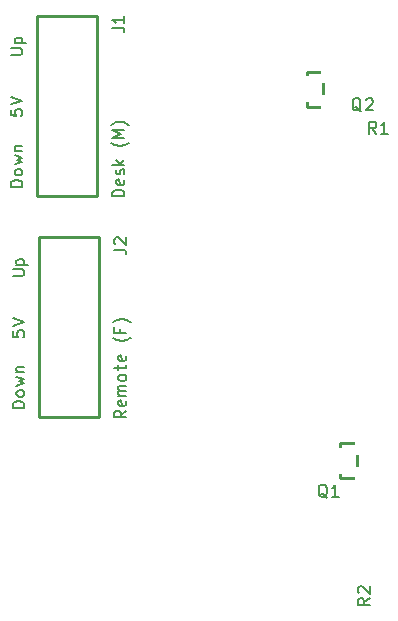
<source format=gto>
G04 --- HEADER BEGIN --- *
%TF.GenerationSoftware,LibrePCB,LibrePCB,0.1.0*%
%TF.CreationDate,2018-07-30T22:42:00*%
%TF.ProjectId,desklift - bottom,cc45967b-cddc-4eac-8902-aaf571f4ea35,v2*%
%TF.Part,Single*%
%FSLAX66Y66*%
%MOMM*%
G01*
G74*
G04 --- HEADER END --- *
G04 --- APERTURE LIST BEGIN --- *
%ADD10C,0.25*%
%ADD11C,0.2*%
%ADD12O,2.74X1.47*%
%ADD13R,1.6X1.2*%
%ADD14R,1.6X2.2*%
%ADD15R,2.003X1.8*%
%ADD16R,1.8X2.003*%
%ADD17C,1.8*%
G04 --- APERTURE LIST END --- *
G04 --- BOARD BEGIN --- *
D10*
X45720000Y82391250D02*
X45720000Y67151250D01*
X40640000Y67151250D01*
X40640000Y82391250D01*
X45720000Y82391250D01*
D11*
X38370000Y74475694D02*
X38370000Y74000139D01*
X38846667Y73952361D01*
X38798889Y74000139D01*
X38751111Y74095694D01*
X38751111Y74333472D01*
X38798889Y74429028D01*
X38846667Y74475694D01*
X38941111Y74523472D01*
X39180000Y74523472D01*
X39274444Y74475694D01*
X39322222Y74429028D01*
X39370000Y74333472D01*
X39370000Y74095694D01*
X39322222Y74000139D01*
X39274444Y73952361D01*
X38370000Y74923472D02*
X39370000Y75256805D01*
X38370000Y75590139D01*
X39370000Y67948473D02*
X38370000Y67948473D01*
X38370000Y68186251D01*
X38417778Y68329584D01*
X38513333Y68425140D01*
X38607778Y68471806D01*
X38798889Y68519584D01*
X38941111Y68519584D01*
X39132222Y68471806D01*
X39226667Y68425140D01*
X39322222Y68329584D01*
X39370000Y68186251D01*
X39370000Y67948473D01*
X39370000Y69109584D02*
X39322222Y69015140D01*
X39274444Y68967362D01*
X39180000Y68919584D01*
X38893333Y68919584D01*
X38798889Y68967362D01*
X38751111Y69015140D01*
X38703333Y69109584D01*
X38703333Y69252917D01*
X38751111Y69348473D01*
X38798889Y69396251D01*
X38893333Y69442917D01*
X39180000Y69442917D01*
X39274444Y69396251D01*
X39322222Y69348473D01*
X39370000Y69252917D01*
X39370000Y69109584D01*
X38703333Y69842917D02*
X39370000Y70032917D01*
X38893333Y70224028D01*
X39370000Y70414028D01*
X38703333Y70605139D01*
X38703333Y71005139D02*
X39370000Y71005139D01*
X38798889Y71005139D02*
X38751111Y71052917D01*
X38703333Y71148472D01*
X38703333Y71290695D01*
X38751111Y71386250D01*
X38846667Y71434028D01*
X39370000Y71434028D01*
X38370000Y79127361D02*
X39180000Y79127361D01*
X39274444Y79175139D01*
X39322222Y79222917D01*
X39370000Y79317361D01*
X39370000Y79508472D01*
X39322222Y79604028D01*
X39274444Y79650694D01*
X39180000Y79698472D01*
X38370000Y79698472D01*
X38703333Y80098472D02*
X39703333Y80098472D01*
X38751111Y80098472D02*
X38703333Y80194028D01*
X38703333Y80384028D01*
X38751111Y80479583D01*
X38798889Y80527361D01*
X38893333Y80575139D01*
X39180000Y80575139D01*
X39274444Y80527361D01*
X39322222Y80479583D01*
X39370000Y80384028D01*
X39370000Y80194028D01*
X39322222Y80098472D01*
D10*
X64836728Y77700112D02*
X64836728Y74700112D01*
X63436728Y74700112D01*
X63436728Y77700112D01*
X64836728Y77700112D01*
X45878750Y63658750D02*
X45878750Y48418750D01*
X40798750Y48418750D01*
X40798750Y63658750D01*
X45878750Y63658750D01*
D11*
X38528750Y55743194D02*
X38528750Y55267639D01*
X39005417Y55219861D01*
X38957639Y55267639D01*
X38909861Y55363194D01*
X38909861Y55600972D01*
X38957639Y55696528D01*
X39005417Y55743194D01*
X39099861Y55790972D01*
X39338750Y55790972D01*
X39433194Y55743194D01*
X39480972Y55696528D01*
X39528750Y55600972D01*
X39528750Y55363194D01*
X39480972Y55267639D01*
X39433194Y55219861D01*
X38528750Y56190972D02*
X39528750Y56524305D01*
X38528750Y56857639D01*
X38528750Y60394861D02*
X39338750Y60394861D01*
X39433194Y60442639D01*
X39480972Y60490417D01*
X39528750Y60584861D01*
X39528750Y60775972D01*
X39480972Y60871528D01*
X39433194Y60918194D01*
X39338750Y60965972D01*
X38528750Y60965972D01*
X38862083Y61365972D02*
X39862083Y61365972D01*
X38909861Y61365972D02*
X38862083Y61461528D01*
X38862083Y61651528D01*
X38909861Y61747083D01*
X38957639Y61794861D01*
X39052083Y61842639D01*
X39338750Y61842639D01*
X39433194Y61794861D01*
X39480972Y61747083D01*
X39528750Y61651528D01*
X39528750Y61461528D01*
X39480972Y61365972D01*
X39528750Y49215973D02*
X38528750Y49215973D01*
X38528750Y49453751D01*
X38576528Y49597084D01*
X38672083Y49692640D01*
X38766528Y49739306D01*
X38957639Y49787084D01*
X39099861Y49787084D01*
X39290972Y49739306D01*
X39385417Y49692640D01*
X39480972Y49597084D01*
X39528750Y49453751D01*
X39528750Y49215973D01*
X39528750Y50377084D02*
X39480972Y50282640D01*
X39433194Y50234862D01*
X39338750Y50187084D01*
X39052083Y50187084D01*
X38957639Y50234862D01*
X38909861Y50282640D01*
X38862083Y50377084D01*
X38862083Y50520417D01*
X38909861Y50615973D01*
X38957639Y50663751D01*
X39052083Y50710417D01*
X39338750Y50710417D01*
X39433194Y50663751D01*
X39480972Y50615973D01*
X39528750Y50520417D01*
X39528750Y50377084D01*
X38862083Y51110417D02*
X39528750Y51300417D01*
X39052083Y51491528D01*
X39528750Y51681528D01*
X38862083Y51872639D01*
X38862083Y52272639D02*
X39528750Y52272639D01*
X38957639Y52272639D02*
X38909861Y52320417D01*
X38862083Y52415972D01*
X38862083Y52558195D01*
X38909861Y52653750D01*
X39005417Y52701528D01*
X39528750Y52701528D01*
D10*
X67692696Y46267512D02*
X67692696Y43267512D01*
X66292696Y43267512D01*
X66292696Y46267512D01*
X67692696Y46267512D01*
D11*
X46990000Y81420139D02*
X47704444Y81420139D01*
X47846667Y81372361D01*
X47942222Y81276806D01*
X47990000Y81134584D01*
X47990000Y81039028D01*
X47990000Y82391250D02*
X47990000Y81820139D01*
X47990000Y82105695D02*
X46990000Y82105695D01*
X47133333Y82010139D01*
X47227778Y81915695D01*
X47275556Y81820139D01*
X68026243Y74334540D02*
X67930688Y74382318D01*
X67835132Y74477874D01*
X67692910Y74620096D01*
X67597355Y74667874D01*
X67501799Y74667874D01*
X67549577Y74430096D02*
X67455132Y74477874D01*
X67359577Y74573429D01*
X67311799Y74763429D01*
X67311799Y75096763D01*
X67359577Y75286763D01*
X67455132Y75382318D01*
X67549577Y75430096D01*
X67740688Y75430096D01*
X67835132Y75382318D01*
X67930688Y75286763D01*
X67978466Y75096763D01*
X67978466Y74763429D01*
X67930688Y74573429D01*
X67835132Y74477874D01*
X67740688Y74430096D01*
X67549577Y74430096D01*
X68474021Y75334540D02*
X68521799Y75382318D01*
X68616243Y75430096D01*
X68855132Y75430096D01*
X68949576Y75382318D01*
X68997354Y75334540D01*
X69045132Y75240096D01*
X69045132Y75144540D01*
X68997354Y75001207D01*
X68426243Y74430096D01*
X69045132Y74430096D01*
X47148750Y62639861D02*
X47863194Y62639861D01*
X48005417Y62592083D01*
X48100972Y62496528D01*
X48148750Y62354306D01*
X48148750Y62258750D01*
X47244306Y63087639D02*
X47196528Y63135417D01*
X47148750Y63229861D01*
X47148750Y63468750D01*
X47196528Y63563194D01*
X47244306Y63610972D01*
X47338750Y63658750D01*
X47434306Y63658750D01*
X47577639Y63610972D01*
X48148750Y63039861D01*
X48148750Y63658750D01*
X68762728Y33112379D02*
X68286061Y32779046D01*
X68762728Y32541268D02*
X67762728Y32541268D01*
X67762728Y32922379D01*
X67810506Y33017935D01*
X67858284Y33064601D01*
X67952728Y33112379D01*
X68096061Y33112379D01*
X68191617Y33064601D01*
X68239395Y33017935D01*
X68286061Y32922379D01*
X68286061Y32541268D01*
X67858284Y33560157D02*
X67810506Y33607935D01*
X67762728Y33702379D01*
X67762728Y33941268D01*
X67810506Y34035712D01*
X67858284Y34083490D01*
X67952728Y34131268D01*
X68048284Y34131268D01*
X68191617Y34083490D01*
X68762728Y33512379D01*
X68762728Y34131268D01*
X65167139Y41631956D02*
X65071584Y41679734D01*
X64976028Y41775290D01*
X64833806Y41917512D01*
X64738251Y41965290D01*
X64642695Y41965290D01*
X64690473Y41727512D02*
X64596028Y41775290D01*
X64500473Y41870845D01*
X64452695Y42060845D01*
X64452695Y42394179D01*
X64500473Y42584179D01*
X64596028Y42679734D01*
X64690473Y42727512D01*
X64881584Y42727512D01*
X64976028Y42679734D01*
X65071584Y42584179D01*
X65119362Y42394179D01*
X65119362Y42060845D01*
X65071584Y41870845D01*
X64976028Y41775290D01*
X64881584Y41727512D01*
X64690473Y41727512D01*
X66138250Y41727512D02*
X65567139Y41727512D01*
X65852695Y41727512D02*
X65852695Y42727512D01*
X65757139Y42584179D01*
X65662695Y42489734D01*
X65567139Y42441956D01*
X69309839Y72445664D02*
X68976506Y72922331D01*
X68738728Y72445664D02*
X68738728Y73445664D01*
X69119839Y73445664D01*
X69215395Y73397886D01*
X69262061Y73350108D01*
X69309839Y73255664D01*
X69309839Y73112331D01*
X69262061Y73016775D01*
X69215395Y72968997D01*
X69119839Y72922331D01*
X68738728Y72922331D01*
X70280950Y72445664D02*
X69709839Y72445664D01*
X69995395Y72445664D02*
X69995395Y73445664D01*
X69899839Y73302331D01*
X69805395Y73207886D01*
X69709839Y73160108D01*
X47990000Y67151250D02*
X46990000Y67151250D01*
X46990000Y67389028D01*
X47037778Y67532361D01*
X47133333Y67627917D01*
X47227778Y67674583D01*
X47418889Y67722361D01*
X47561111Y67722361D01*
X47752222Y67674583D01*
X47846667Y67627917D01*
X47942222Y67532361D01*
X47990000Y67389028D01*
X47990000Y67151250D01*
X47942222Y68551250D02*
X47990000Y68455694D01*
X47990000Y68265694D01*
X47942222Y68170139D01*
X47846667Y68122361D01*
X47466667Y68122361D01*
X47371111Y68170139D01*
X47323333Y68265694D01*
X47323333Y68455694D01*
X47371111Y68551250D01*
X47466667Y68599028D01*
X47561111Y68599028D01*
X47656667Y68122361D01*
X47942222Y68999028D02*
X47990000Y69094584D01*
X47990000Y69284584D01*
X47942222Y69380139D01*
X47846667Y69427917D01*
X47800000Y69427917D01*
X47704444Y69380139D01*
X47656667Y69284584D01*
X47656667Y69142361D01*
X47608889Y69046806D01*
X47513333Y68999028D01*
X47466667Y68999028D01*
X47371111Y69046806D01*
X47323333Y69142361D01*
X47323333Y69284584D01*
X47371111Y69380139D01*
X47990000Y69827917D02*
X46990000Y69827917D01*
X47608889Y69923473D02*
X47990000Y70209028D01*
X47323333Y70209028D02*
X47704444Y69827917D01*
X48371111Y71694583D02*
X48323333Y71646805D01*
X48180000Y71552360D01*
X48085556Y71504583D01*
X47942222Y71456805D01*
X47704444Y71409027D01*
X47513333Y71409027D01*
X47275556Y71456805D01*
X47133333Y71504583D01*
X47037778Y71552360D01*
X46894444Y71646805D01*
X46846667Y71694583D01*
X47990000Y72094583D02*
X46990000Y72094583D01*
X47704444Y72427916D01*
X46990000Y72761250D01*
X47990000Y72761250D01*
X48371111Y73161250D02*
X48323333Y73209028D01*
X48180000Y73304583D01*
X48085556Y73351250D01*
X47942222Y73399028D01*
X47704444Y73446806D01*
X47513333Y73446806D01*
X47275556Y73399028D01*
X47133333Y73351250D01*
X47037778Y73304583D01*
X46894444Y73209028D01*
X46846667Y73161250D01*
X48148750Y48989861D02*
X47672083Y48656528D01*
X48148750Y48418750D02*
X47148750Y48418750D01*
X47148750Y48799861D01*
X47196528Y48895417D01*
X47244306Y48942083D01*
X47338750Y48989861D01*
X47482083Y48989861D01*
X47577639Y48942083D01*
X47625417Y48895417D01*
X47672083Y48799861D01*
X47672083Y48418750D01*
X48100972Y49818750D02*
X48148750Y49723194D01*
X48148750Y49533194D01*
X48100972Y49437639D01*
X48005417Y49389861D01*
X47625417Y49389861D01*
X47529861Y49437639D01*
X47482083Y49533194D01*
X47482083Y49723194D01*
X47529861Y49818750D01*
X47625417Y49866528D01*
X47719861Y49866528D01*
X47815417Y49389861D01*
X48148750Y50266528D02*
X47482083Y50266528D01*
X47577639Y50266528D02*
X47529861Y50314306D01*
X47482083Y50409861D01*
X47482083Y50552084D01*
X47529861Y50647639D01*
X47625417Y50695417D01*
X48148750Y50695417D01*
X47625417Y50695417D02*
X47529861Y50743195D01*
X47482083Y50837639D01*
X47482083Y50980972D01*
X47529861Y51076528D01*
X47625417Y51123195D01*
X48148750Y51123195D01*
X48148750Y51713195D02*
X48100972Y51618751D01*
X48053194Y51570973D01*
X47958750Y51523195D01*
X47672083Y51523195D01*
X47577639Y51570973D01*
X47529861Y51618751D01*
X47482083Y51713195D01*
X47482083Y51856528D01*
X47529861Y51952084D01*
X47577639Y51999862D01*
X47672083Y52046528D01*
X47958750Y52046528D01*
X48053194Y51999862D01*
X48100972Y51952084D01*
X48148750Y51856528D01*
X48148750Y51713195D01*
X47482083Y52446528D02*
X47482083Y52827639D01*
X47148750Y52589861D02*
X48005417Y52589861D01*
X48100972Y52636528D01*
X48148750Y52732084D01*
X48148750Y52827639D01*
X48100972Y53656528D02*
X48148750Y53560972D01*
X48148750Y53370972D01*
X48100972Y53275417D01*
X48005417Y53227639D01*
X47625417Y53227639D01*
X47529861Y53275417D01*
X47482083Y53370972D01*
X47482083Y53560972D01*
X47529861Y53656528D01*
X47625417Y53704306D01*
X47719861Y53704306D01*
X47815417Y53227639D01*
X48529861Y55189861D02*
X48482083Y55142083D01*
X48338750Y55047638D01*
X48244306Y54999861D01*
X48100972Y54952083D01*
X47863194Y54904305D01*
X47672083Y54904305D01*
X47434306Y54952083D01*
X47292083Y54999861D01*
X47196528Y55047638D01*
X47053194Y55142083D01*
X47005417Y55189861D01*
X47625417Y55923194D02*
X47625417Y55589861D01*
X48148750Y55589861D02*
X47148750Y55589861D01*
X47148750Y56066528D01*
X48529861Y56466528D02*
X48482083Y56514306D01*
X48338750Y56609861D01*
X48244306Y56656528D01*
X48100972Y56704306D01*
X47863194Y56752084D01*
X47672083Y56752084D01*
X47434306Y56704306D01*
X47292083Y56656528D01*
X47196528Y56609861D01*
X47053194Y56514306D01*
X47005417Y56466528D01*
%LPC*%
D12*
X43180000Y79851250D03*
X43180000Y69691250D03*
X43180000Y74771250D03*
D13*
X65436728Y77300112D03*
X65436728Y75100112D03*
D14*
X62836728Y76200112D03*
D12*
X43338750Y61118750D03*
X43338750Y50958750D03*
X43338750Y56038750D03*
X59691808Y41909696D03*
X59691808Y67309696D03*
X59691808Y77469696D03*
X59691808Y72389696D03*
X74931808Y57149696D03*
X74931808Y72389696D03*
X59691808Y54609696D03*
X59691808Y34289696D03*
X59691808Y44449696D03*
X74931808Y80009696D03*
X74931808Y54609696D03*
X59691808Y62229696D03*
X74931808Y31749696D03*
X74931808Y62229696D03*
X59691808Y69849696D03*
X74931808Y52069696D03*
X59691808Y31749696D03*
X74931808Y77469696D03*
X59691808Y57149696D03*
X74931808Y59689696D03*
X74931808Y44449696D03*
X59691808Y39369696D03*
X59691808Y46989696D03*
X74931808Y36829696D03*
X59691808Y64769696D03*
X74931808Y67309696D03*
X59691808Y80009696D03*
X59691808Y49529696D03*
X59691808Y52069696D03*
X74931808Y74929696D03*
X74931808Y69849696D03*
X74931808Y64769696D03*
X59691808Y36829696D03*
X74931808Y41909696D03*
X74931808Y46989696D03*
X74931808Y39369696D03*
X59691808Y59689696D03*
X74931808Y34289696D03*
X74931808Y49529696D03*
X59691808Y74929696D03*
D15*
X68262728Y38728264D03*
X68262728Y35884264D03*
D13*
X68292696Y45867512D03*
X68292696Y43667512D03*
D14*
X65692696Y44767512D03*
D16*
X65411740Y71040672D03*
X68255740Y71040672D03*
D17*
X43180000Y71755000D03*
X68381560Y77311344D03*
G04 --- BOARD END --- *
%TF.MD5,fe1a005ad7dce07e9b80046b24ac8875*%
M02*

</source>
